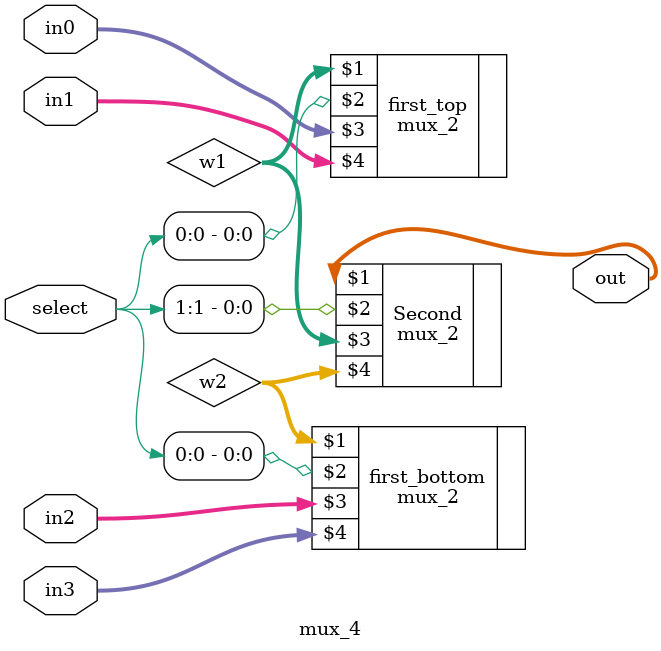
<source format=v>
module mux_4 #(parameter WIDTH = 32) (out, select, in0, in1, in2, in3);

    input [1:0] select; 
    input [WIDTH-1:0] in0, in1, in2, in3; 
    output [WIDTH-1:0] out; 
    wire [WIDTH-1:0] w1, w2; 
    mux_2 #(WIDTH)
        first_top(w1, select[0], in0, in1); 
    mux_2 #(WIDTH) 
        first_bottom(w2, select[0], in2, in3); 
    mux_2 #(WIDTH) 
        Second(out, select[1],w1,w2); 
        
endmodule 
</source>
